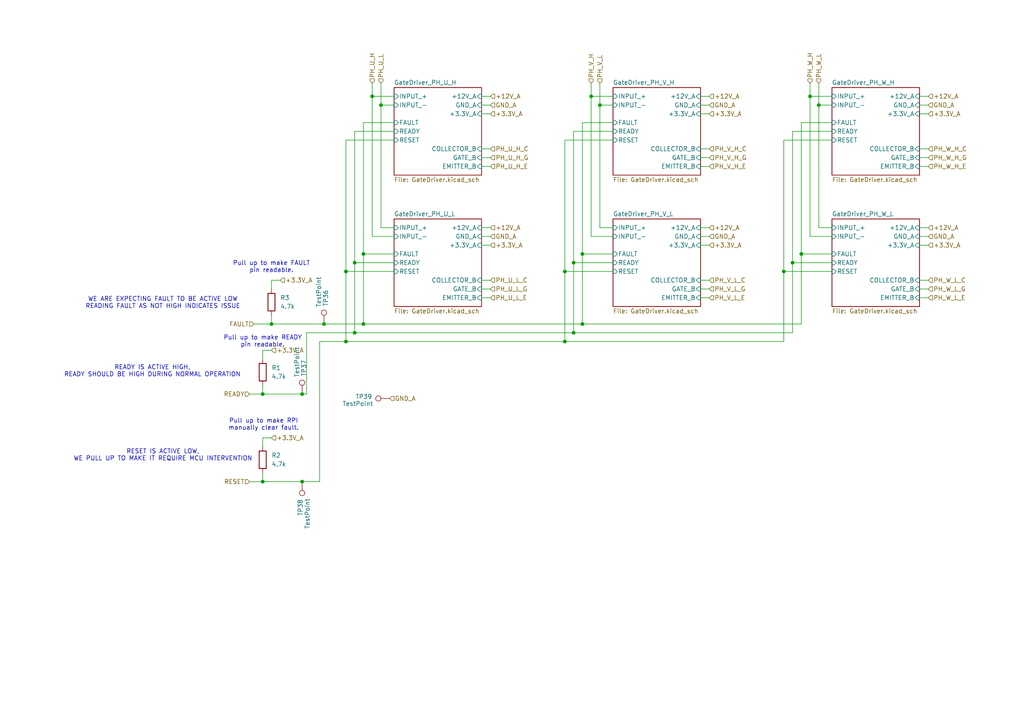
<source format=kicad_sch>
(kicad_sch (version 20250114) (generator "eeschema") (generator_version "9.0")
  (paper "A4")
  (lib_symbols
    (symbol "Connector:TestPoint" (pin_numbers (hide yes)) (pin_names (offset 0.762) (hide yes))
      (property "Reference" "TP" (at 0 6.858 0))
      (property "Value" "TestPoint" (at 0 5.08 0))
      (symbol "TestPoint_0_1"
        (circle (center 0 3.302) (radius 0.762))
      )
      (symbol "TestPoint_1_1"
        (pin passive line (at 0 0 90) (length 2.54) (name "1") (number "1"))
      )
    )
    (symbol "Device:R" (pin_numbers (hide yes)) (pin_names (offset 0))
      (property "Reference" "R" (at 2.032 0 90))
      (property "Value" "R" (at 0 0 90))
      (symbol "R_0_1"
        (rectangle (start -1.016 -2.54) (end 1.016 2.54) (stroke (width 0.254)))
      )
      (symbol "R_1_1"
        (pin passive line (at 0 3.81 270) (length 1.27) (name "~") (number "1"))
        (pin passive line (at 0 -3.81 90) (length 1.27) (name "~") (number "2"))
      )
    )
  )
  (text "READY IS ACTIVE HIGH,\nREADY SHOULD BE HIGH DURING NORMAL OPERATION" (at 44.196 107.696 0) (effects (font (size 1.27 1.27))))
  (text "Pull up to make READY\npin readable." (at 76.2 99.06 0) (effects (font (size 1.27 1.27))))
  (text "WE ARE EXPECTING FAULT TO BE ACTIVE LOW\nREADING FAULT AS NOT HIGH INDICATES ISSUE" (at 47.244 87.884 0) (effects (font (size 1.27 1.27))))
  (text "Pull up to make FAULT\npin readable." (at 78.74 77.47 0) (effects (font (size 1.27 1.27))))
  (text "Pull up to make RPI\nmanually clear fault." (at 76.454 123.19 0) (effects (font (size 1.27 1.27))))
  (text "RESET IS ACTIVE LOW,\nWE PULL UP TO MAKE IT REQUIRE MCU INTERVENTION" (at 47.244 132.08 0) (effects (font (size 1.27 1.27))))
  (junction (at 168.91 73.66))
  (junction (at 232.41 73.66))
  (junction (at 234.95 27.94))
  (junction (at 229.87 76.2))
  (junction (at 87.63 139.7))
  (junction (at 100.33 78.74))
  (junction (at 87.63 114.3))
  (junction (at 76.2 114.3))
  (junction (at 171.45 27.94))
  (junction (at 237.49 30.48))
  (junction (at 166.37 96.52))
  (junction (at 227.33 78.74))
  (junction (at 76.2 139.7))
  (junction (at 163.83 99.06))
  (junction (at 78.74 93.98))
  (junction (at 105.41 93.98))
  (junction (at 163.83 78.74))
  (junction (at 93.98 93.98))
  (junction (at 102.87 96.52))
  (junction (at 107.95 27.94))
  (junction (at 102.87 76.2))
  (junction (at 166.37 76.2))
  (junction (at 168.91 93.98))
  (junction (at 105.41 73.66))
  (junction (at 110.49 30.48))
  (junction (at 100.33 99.06))
  (junction (at 173.99 30.48))
  (wire (pts (xy 266.7 45.72) (xy 269.24 45.72)))
  (wire (pts (xy 76.2 114.3) (xy 87.63 114.3)))
  (wire (pts (xy 114.3 76.2) (xy 102.87 76.2)))
  (wire (pts (xy 241.3 38.1) (xy 229.87 38.1)))
  (wire (pts (xy 166.37 76.2) (xy 166.37 38.1)))
  (wire (pts (xy 78.74 93.98) (xy 93.98 93.98)))
  (wire (pts (xy 88.9 96.52) (xy 88.9 114.3)))
  (wire (pts (xy 166.37 76.2) (xy 166.37 96.52)))
  (wire (pts (xy 203.2 66.04) (xy 205.74 66.04)))
  (wire (pts (xy 266.7 33.02) (xy 269.24 33.02)))
  (wire (pts (xy 266.7 43.18) (xy 269.24 43.18)))
  (wire (pts (xy 229.87 76.2) (xy 229.87 96.52)))
  (wire (pts (xy 232.41 35.56) (xy 232.41 73.66)))
  (wire (pts (xy 229.87 96.52) (xy 166.37 96.52)))
  (wire (pts (xy 177.8 76.2) (xy 166.37 76.2)))
  (wire (pts (xy 266.7 83.82) (xy 269.24 83.82)))
  (wire (pts (xy 241.3 66.04) (xy 237.49 66.04)))
  (wire (pts (xy 203.2 45.72) (xy 205.74 45.72)))
  (wire (pts (xy 87.63 139.7) (xy 92.71 139.7)))
  (wire (pts (xy 266.7 27.94) (xy 269.24 27.94)))
  (wire (pts (xy 139.7 48.26) (xy 142.24 48.26)))
  (wire (pts (xy 76.2 127) (xy 76.2 129.54)))
  (wire (pts (xy 105.41 93.98) (xy 105.41 73.66)))
  (wire (pts (xy 163.83 40.64) (xy 163.83 78.74)))
  (wire (pts (xy 100.33 78.74) (xy 100.33 99.06)))
  (wire (pts (xy 229.87 76.2) (xy 241.3 76.2)))
  (wire (pts (xy 163.83 99.06) (xy 163.83 78.74)))
  (wire (pts (xy 203.2 83.82) (xy 205.74 83.82)))
  (wire (pts (xy 203.2 71.12) (xy 205.74 71.12)))
  (wire (pts (xy 105.41 35.56) (xy 105.41 73.66)))
  (wire (pts (xy 102.87 96.52) (xy 102.87 76.2)))
  (wire (pts (xy 114.3 68.58) (xy 107.95 68.58)))
  (wire (pts (xy 203.2 43.18) (xy 205.74 43.18)))
  (wire (pts (xy 107.95 27.94) (xy 114.3 27.94)))
  (wire (pts (xy 227.33 40.64) (xy 227.33 78.74)))
  (wire (pts (xy 203.2 27.94) (xy 205.74 27.94)))
  (wire (pts (xy 266.7 68.58) (xy 269.24 68.58)))
  (wire (pts (xy 78.74 101.6) (xy 76.2 101.6)))
  (wire (pts (xy 139.7 30.48) (xy 142.24 30.48)))
  (wire (pts (xy 177.8 40.64) (xy 163.83 40.64)))
  (wire (pts (xy 88.9 96.52) (xy 102.87 96.52)))
  (wire (pts (xy 203.2 86.36) (xy 205.74 86.36)))
  (wire (pts (xy 87.63 114.3) (xy 88.9 114.3)))
  (wire (pts (xy 203.2 30.48) (xy 205.74 30.48)))
  (wire (pts (xy 237.49 66.04) (xy 237.49 30.48)))
  (wire (pts (xy 168.91 73.66) (xy 177.8 73.66)))
  (wire (pts (xy 76.2 101.6) (xy 76.2 104.14)))
  (wire (pts (xy 102.87 76.2) (xy 102.87 38.1)))
  (wire (pts (xy 139.7 45.72) (xy 142.24 45.72)))
  (wire (pts (xy 100.33 78.74) (xy 100.33 40.64)))
  (wire (pts (xy 266.7 48.26) (xy 269.24 48.26)))
  (wire (pts (xy 100.33 40.64) (xy 114.3 40.64)))
  (wire (pts (xy 171.45 24.13) (xy 171.45 27.94)))
  (wire (pts (xy 203.2 81.28) (xy 205.74 81.28)))
  (wire (pts (xy 93.98 93.98) (xy 105.41 93.98)))
  (wire (pts (xy 177.8 35.56) (xy 168.91 35.56)))
  (wire (pts (xy 110.49 66.04) (xy 110.49 30.48)))
  (wire (pts (xy 114.3 66.04) (xy 110.49 66.04)))
  (wire (pts (xy 177.8 66.04) (xy 173.99 66.04)))
  (wire (pts (xy 168.91 93.98) (xy 105.41 93.98)))
  (wire (pts (xy 139.7 68.58) (xy 142.24 68.58)))
  (wire (pts (xy 76.2 139.7) (xy 87.63 139.7)))
  (wire (pts (xy 232.41 73.66) (xy 241.3 73.66)))
  (wire (pts (xy 173.99 66.04) (xy 173.99 30.48)))
  (wire (pts (xy 107.95 24.13) (xy 107.95 27.94)))
  (wire (pts (xy 166.37 38.1) (xy 177.8 38.1)))
  (wire (pts (xy 266.7 30.48) (xy 269.24 30.48)))
  (wire (pts (xy 72.39 139.7) (xy 76.2 139.7)))
  (wire (pts (xy 139.7 86.36) (xy 142.24 86.36)))
  (wire (pts (xy 232.41 73.66) (xy 232.41 93.98)))
  (wire (pts (xy 203.2 68.58) (xy 205.74 68.58)))
  (wire (pts (xy 237.49 30.48) (xy 241.3 30.48)))
  (wire (pts (xy 232.41 93.98) (xy 168.91 93.98)))
  (wire (pts (xy 173.99 30.48) (xy 177.8 30.48)))
  (wire (pts (xy 227.33 78.74) (xy 241.3 78.74)))
  (wire (pts (xy 168.91 73.66) (xy 168.91 93.98)))
  (wire (pts (xy 92.71 99.06) (xy 100.33 99.06)))
  (wire (pts (xy 166.37 96.52) (xy 102.87 96.52)))
  (wire (pts (xy 171.45 27.94) (xy 171.45 68.58)))
  (wire (pts (xy 73.66 93.98) (xy 78.74 93.98)))
  (wire (pts (xy 78.74 81.28) (xy 78.74 83.82)))
  (wire (pts (xy 114.3 35.56) (xy 105.41 35.56)))
  (wire (pts (xy 266.7 81.28) (xy 269.24 81.28)))
  (wire (pts (xy 107.95 68.58) (xy 107.95 27.94)))
  (wire (pts (xy 78.74 93.98) (xy 78.74 91.44)))
  (wire (pts (xy 173.99 30.48) (xy 173.99 24.13)))
  (wire (pts (xy 234.95 68.58) (xy 234.95 27.94)))
  (wire (pts (xy 100.33 99.06) (xy 163.83 99.06)))
  (wire (pts (xy 266.7 66.04) (xy 269.24 66.04)))
  (wire (pts (xy 76.2 111.76) (xy 76.2 114.3)))
  (wire (pts (xy 203.2 33.02) (xy 205.74 33.02)))
  (wire (pts (xy 171.45 27.94) (xy 177.8 27.94)))
  (wire (pts (xy 139.7 71.12) (xy 142.24 71.12)))
  (wire (pts (xy 241.3 68.58) (xy 234.95 68.58)))
  (wire (pts (xy 168.91 35.56) (xy 168.91 73.66)))
  (wire (pts (xy 78.74 127) (xy 76.2 127)))
  (wire (pts (xy 237.49 24.13) (xy 237.49 30.48)))
  (wire (pts (xy 234.95 27.94) (xy 241.3 27.94)))
  (wire (pts (xy 203.2 48.26) (xy 205.74 48.26)))
  (wire (pts (xy 139.7 33.02) (xy 142.24 33.02)))
  (wire (pts (xy 110.49 30.48) (xy 114.3 30.48)))
  (wire (pts (xy 114.3 78.74) (xy 100.33 78.74)))
  (wire (pts (xy 171.45 68.58) (xy 177.8 68.58)))
  (wire (pts (xy 105.41 73.66) (xy 114.3 73.66)))
  (wire (pts (xy 139.7 83.82) (xy 142.24 83.82)))
  (wire (pts (xy 76.2 137.16) (xy 76.2 139.7)))
  (wire (pts (xy 72.39 114.3) (xy 76.2 114.3)))
  (wire (pts (xy 139.7 66.04) (xy 142.24 66.04)))
  (wire (pts (xy 102.87 38.1) (xy 114.3 38.1)))
  (wire (pts (xy 241.3 40.64) (xy 227.33 40.64)))
  (wire (pts (xy 163.83 78.74) (xy 177.8 78.74)))
  (wire (pts (xy 139.7 27.94) (xy 142.24 27.94)))
  (wire (pts (xy 139.7 81.28) (xy 142.24 81.28)))
  (wire (pts (xy 234.95 24.13) (xy 234.95 27.94)))
  (wire (pts (xy 227.33 78.74) (xy 227.33 99.06)))
  (wire (pts (xy 81.28 81.28) (xy 78.74 81.28)))
  (wire (pts (xy 110.49 24.13) (xy 110.49 30.48)))
  (wire (pts (xy 229.87 38.1) (xy 229.87 76.2)))
  (wire (pts (xy 266.7 86.36) (xy 269.24 86.36)))
  (wire (pts (xy 139.7 43.18) (xy 142.24 43.18)))
  (wire (pts (xy 92.71 99.06) (xy 92.71 139.7)))
  (wire (pts (xy 227.33 99.06) (xy 163.83 99.06)))
  (wire (pts (xy 266.7 71.12) (xy 269.24 71.12)))
  (wire (pts (xy 241.3 35.56) (xy 232.41 35.56)))
  (hierarchical_label "+3.3V_A" (shape input) (at 142.24 33.02 0))
  (hierarchical_label "+3.3V_A" (shape input) (at 269.24 71.12 0))
  (hierarchical_label "+12V_A" (shape input) (at 269.24 27.94 0))
  (hierarchical_label "PH_W_L_G" (shape input) (at 269.24 83.82 0))
  (hierarchical_label "GND_A" (shape input) (at 269.24 30.48 0))
  (hierarchical_label "PH_U_L_C" (shape input) (at 142.24 81.28 0))
  (hierarchical_label "PH_U_H_G" (shape input) (at 142.24 45.72 0))
  (hierarchical_label "PH_V_H_G" (shape input) (at 205.74 45.72 0))
  (hierarchical_label "RESET" (shape input) (at 72.39 139.7 180))
  (hierarchical_label "+3.3V_A" (shape input) (at 205.74 71.12 0))
  (hierarchical_label "+3.3V_A" (shape input) (at 78.74 127 0))
  (hierarchical_label "+3.3V_A" (shape input) (at 205.74 33.02 0))
  (hierarchical_label "GND_A" (shape input) (at 269.24 68.58 0))
  (hierarchical_label "GND_A" (shape input) (at 205.74 68.58 0))
  (hierarchical_label "PH_W_L_C" (shape input) (at 269.24 81.28 0))
  (hierarchical_label "GND_A" (shape input) (at 142.24 68.58 0))
  (hierarchical_label "GND_A" (shape input) (at 142.24 30.48 0))
  (hierarchical_label "+3.3V_A" (shape input) (at 142.24 71.12 0))
  (hierarchical_label "PH_V_H" (shape input) (at 171.45 24.13 90))
  (hierarchical_label "PH_V_H_C" (shape input) (at 205.74 43.18 0))
  (hierarchical_label "PH_W_H_E" (shape input) (at 269.24 48.26 0))
  (hierarchical_label "+12V_A" (shape input) (at 269.24 66.04 0))
  (hierarchical_label "PH_U_L" (shape input) (at 110.49 24.13 90))
  (hierarchical_label "PH_V_L_C" (shape input) (at 205.74 81.28 0))
  (hierarchical_label "PH_V_L_G" (shape input) (at 205.74 83.82 0))
  (hierarchical_label "GND_A" (shape input) (at 113.03 115.57 0))
  (hierarchical_label "+3.3V_A" (shape input) (at 78.74 101.6 0))
  (hierarchical_label "PH_V_L_E" (shape input) (at 205.74 86.36 0))
  (hierarchical_label "+12V_A" (shape input) (at 142.24 27.94 0))
  (hierarchical_label "PH_V_L" (shape input) (at 173.99 24.13 90))
  (hierarchical_label "READY" (shape input) (at 72.39 114.3 180))
  (hierarchical_label "PH_W_H_C" (shape input) (at 269.24 43.18 0))
  (hierarchical_label "PH_U_H" (shape input) (at 107.95 24.13 90))
  (hierarchical_label "GND_A" (shape input) (at 205.74 30.48 0))
  (hierarchical_label "PH_V_H_E" (shape input) (at 205.74 48.26 0))
  (hierarchical_label "+12V_A" (shape input) (at 205.74 66.04 0))
  (hierarchical_label "+3.3V_A" (shape input) (at 81.28 81.28 0))
  (hierarchical_label "+3.3V_A" (shape input) (at 269.24 33.02 0))
  (hierarchical_label "PH_U_L_E" (shape input) (at 142.24 86.36 0))
  (hierarchical_label "FAULT" (shape input) (at 73.66 93.98 180))
  (hierarchical_label "+12V_A" (shape input) (at 205.74 27.94 0))
  (hierarchical_label "PH_W_H" (shape input) (at 234.95 24.13 90))
  (hierarchical_label "PH_U_H_E" (shape input) (at 142.24 48.26 0))
  (hierarchical_label "PH_W_H_G" (shape input) (at 269.24 45.72 0))
  (hierarchical_label "+12V_A" (shape input) (at 142.24 66.04 0))
  (hierarchical_label "PH_W_L" (shape input) (at 237.49 24.13 90))
  (hierarchical_label "PH_U_L_G" (shape input) (at 142.24 83.82 0))
  (hierarchical_label "PH_U_H_C" (shape input) (at 142.24 43.18 0))
  (hierarchical_label "PH_W_L_E" (shape input) (at 269.24 86.36 0))
  (symbol (lib_id "Connector:TestPoint") (at 87.63 114.3 0) (unit 1)
    (property "Reference" "TP37" (at 88.138 109.22 90) (effects (justify left)))
    (property "Value" "TestPoint" (at 86.106 109.474 90) (effects (justify left)))
    (property "Footprint" "TestPoint:TestPoint_Loop_D2.54mm_Drill1.5mm_Beaded" (effects (hide yes)))
    (property "Description" "test point" (effects (hide yes)))
  )
  (symbol (lib_id "Device:R") (at 78.74 87.63 180) (unit 1)
    (property "Reference" "R3" (at 81.28 86.3599 0) (effects (justify right)))
    (property "Value" "4.7k" (at 81.28 88.8999 0) (effects (justify right)))
    (property "Footprint" "Resistor_SMD:R_1210_3225Metric_Pad1.30x2.65mm_HandSolder" (effects (hide yes)))
    (property "Description" "Resistor" (effects (hide yes)))
  )
  (symbol (lib_id "Device:R") (at 76.2 107.95 180) (unit 1)
    (property "Reference" "R1" (at 78.74 106.6799 0) (effects (justify right)))
    (property "Value" "4.7k" (at 78.74 109.2199 0) (effects (justify right)))
    (property "Footprint" "Resistor_SMD:R_1210_3225Metric_Pad1.30x2.65mm_HandSolder" (effects (hide yes)))
    (property "Description" "Resistor" (effects (hide yes)))
  )
  (symbol (lib_id "Connector:TestPoint") (at 87.63 139.7 180) (unit 1)
    (property "Reference" "TP38" (at 87.122 144.78 90) (effects (justify left)))
    (property "Value" "TestPoint" (at 89.154 144.526 90) (effects (justify left)))
    (property "Footprint" "TestPoint:TestPoint_Loop_D2.54mm_Drill1.5mm_Beaded" (effects (hide yes)))
    (property "Description" "test point" (effects (hide yes)))
  )
  (symbol (lib_id "Connector:TestPoint") (at 93.98 93.98 0) (unit 1)
    (property "Reference" "TP36" (at 94.488 88.9 90) (effects (justify left)))
    (property "Value" "TestPoint" (at 92.456 89.154 90) (effects (justify left)))
    (property "Footprint" "TestPoint:TestPoint_Loop_D2.54mm_Drill1.5mm_Beaded" (effects (hide yes)))
    (property "Description" "test point" (effects (hide yes)))
  )
  (symbol (lib_id "Device:R") (at 76.2 133.35 180) (unit 1)
    (property "Reference" "R2" (at 78.74 132.0799 0) (effects (justify right)))
    (property "Value" "4.7k" (at 78.74 134.6199 0) (effects (justify right)))
    (property "Footprint" "Resistor_SMD:R_1210_3225Metric_Pad1.30x2.65mm_HandSolder" (effects (hide yes)))
    (property "Description" "Resistor" (effects (hide yes)))
  )
  (symbol (lib_id "Connector:TestPoint") (at 113.03 115.57 90) (unit 1)
    (property "Reference" "TP39" (at 107.95 115.062 90) (effects (justify left)))
    (property "Value" "TestPoint" (at 108.204 117.094 90) (effects (justify left)))
    (property "Footprint" "TestPoint:TestPoint_Loop_D2.54mm_Drill1.5mm_Beaded" (effects (hide yes)))
    (property "Description" "test point" (effects (hide yes)))
  )
  (sheet (at 177.8 25.4) (size 25.4 25.4) (stroke (width 0.1524))
    (property "Sheetname" "GateDriver_PH_V_H" (at 177.8 24.6884 0) (effects (justify left bottom)))
    (property "Sheetfile" "GateDriver.kicad_sch" (at 177.8 51.3846 0) (effects (justify left top)))
    (pin "+12V_A" input (at 203.2 27.94 0))
    (pin "GND_A" input (at 203.2 30.48 0))
    (pin "FAULT" input (at 177.8 35.56 180))
    (pin "INPUT_+" input (at 177.8 27.94 180))
    (pin "INPUT_-" input (at 177.8 30.48 180))
    (pin "READY" input (at 177.8 38.1 180))
    (pin "RESET" input (at 177.8 40.64 180))
    (pin "COLLECTOR_B" input (at 203.2 43.18 0))
    (pin "EMITTER_B" input (at 203.2 48.26 0))
    (pin "GATE_B" input (at 203.2 45.72 0))
    (pin "+3.3V_A" input (at 203.2 33.02 0))
  )
  (sheet (at 241.3 63.5) (size 25.4 25.4) (stroke (width 0.1524))
    (property "Sheetname" "GateDriver_PH_W_L" (at 241.3 62.7884 0) (effects (justify left bottom)))
    (property "Sheetfile" "GateDriver.kicad_sch" (at 241.3 89.4846 0) (effects (justify left top)))
    (pin "+12V_A" input (at 266.7 66.04 0))
    (pin "GND_A" input (at 266.7 68.58 0))
    (pin "FAULT" input (at 241.3 73.66 180))
    (pin "INPUT_+" input (at 241.3 66.04 180))
    (pin "INPUT_-" input (at 241.3 68.58 180))
    (pin "READY" input (at 241.3 76.2 180))
    (pin "RESET" input (at 241.3 78.74 180))
    (pin "COLLECTOR_B" input (at 266.7 81.28 0))
    (pin "EMITTER_B" input (at 266.7 86.36 0))
    (pin "GATE_B" input (at 266.7 83.82 0))
    (pin "+3.3V_A" input (at 266.7 71.12 0))
  )
  (sheet (at 177.8 63.5) (size 25.4 25.4) (stroke (width 0.1524))
    (property "Sheetname" "GateDriver_PH_V_L" (at 177.8 62.7884 0) (effects (justify left bottom)))
    (property "Sheetfile" "GateDriver.kicad_sch" (at 177.8 89.4846 0) (effects (justify left top)))
    (pin "+12V_A" input (at 203.2 66.04 0))
    (pin "GND_A" input (at 203.2 68.58 0))
    (pin "FAULT" input (at 177.8 73.66 180))
    (pin "INPUT_+" input (at 177.8 66.04 180))
    (pin "INPUT_-" input (at 177.8 68.58 180))
    (pin "READY" input (at 177.8 76.2 180))
    (pin "RESET" input (at 177.8 78.74 180))
    (pin "COLLECTOR_B" input (at 203.2 81.28 0))
    (pin "EMITTER_B" input (at 203.2 86.36 0))
    (pin "GATE_B" input (at 203.2 83.82 0))
    (pin "+3.3V_A" input (at 203.2 71.12 0))
  )
  (sheet (at 241.3 25.4) (size 25.4 25.4) (stroke (width 0.1524))
    (property "Sheetname" "GateDriver_PH_W_H" (at 241.3 24.6884 0) (effects (justify left bottom)))
    (property "Sheetfile" "GateDriver.kicad_sch" (at 241.3 51.3846 0) (effects (justify left top)))
    (pin "+12V_A" input (at 266.7 27.94 0))
    (pin "GND_A" input (at 266.7 30.48 0))
    (pin "FAULT" input (at 241.3 35.56 180))
    (pin "INPUT_+" input (at 241.3 27.94 180))
    (pin "INPUT_-" input (at 241.3 30.48 180))
    (pin "READY" input (at 241.3 38.1 180))
    (pin "RESET" input (at 241.3 40.64 180))
    (pin "COLLECTOR_B" input (at 266.7 43.18 0))
    (pin "EMITTER_B" input (at 266.7 48.26 0))
    (pin "GATE_B" input (at 266.7 45.72 0))
    (pin "+3.3V_A" input (at 266.7 33.02 0))
  )
  (sheet (at 114.3 63.5) (size 25.4 25.4) (stroke (width 0.1524))
    (property "Sheetname" "GateDriver_PH_U_L" (at 114.3 62.7884 0) (effects (justify left bottom)))
    (property "Sheetfile" "GateDriver.kicad_sch" (at 114.3 89.4846 0) (effects (justify left top)))
    (pin "+12V_A" input (at 139.7 66.04 0))
    (pin "GND_A" input (at 139.7 68.58 0))
    (pin "FAULT" input (at 114.3 73.66 180))
    (pin "INPUT_+" input (at 114.3 66.04 180))
    (pin "INPUT_-" input (at 114.3 68.58 180))
    (pin "READY" input (at 114.3 76.2 180))
    (pin "RESET" input (at 114.3 78.74 180))
    (pin "COLLECTOR_B" input (at 139.7 81.28 0))
    (pin "EMITTER_B" input (at 139.7 86.36 0))
    (pin "GATE_B" input (at 139.7 83.82 0))
    (pin "+3.3V_A" input (at 139.7 71.12 0))
  )
  (sheet (at 114.3 25.4) (size 25.4 25.4) (stroke (width 0.1524))
    (property "Sheetname" "GateDriver_PH_U_H" (at 114.3 24.6884 0) (effects (justify left bottom)))
    (property "Sheetfile" "GateDriver.kicad_sch" (at 114.3 51.3846 0) (effects (justify left top)))
    (pin "+12V_A" input (at 139.7 27.94 0))
    (pin "GND_A" input (at 139.7 30.48 0))
    (pin "FAULT" input (at 114.3 35.56 180))
    (pin "INPUT_+" input (at 114.3 27.94 180))
    (pin "INPUT_-" input (at 114.3 30.48 180))
    (pin "READY" input (at 114.3 38.1 180))
    (pin "RESET" input (at 114.3 40.64 180))
    (pin "COLLECTOR_B" input (at 139.7 43.18 0))
    (pin "EMITTER_B" input (at 139.7 48.26 0))
    (pin "GATE_B" input (at 139.7 45.72 0))
    (pin "+3.3V_A" input (at 139.7 33.02 0))
  )
)
</source>
